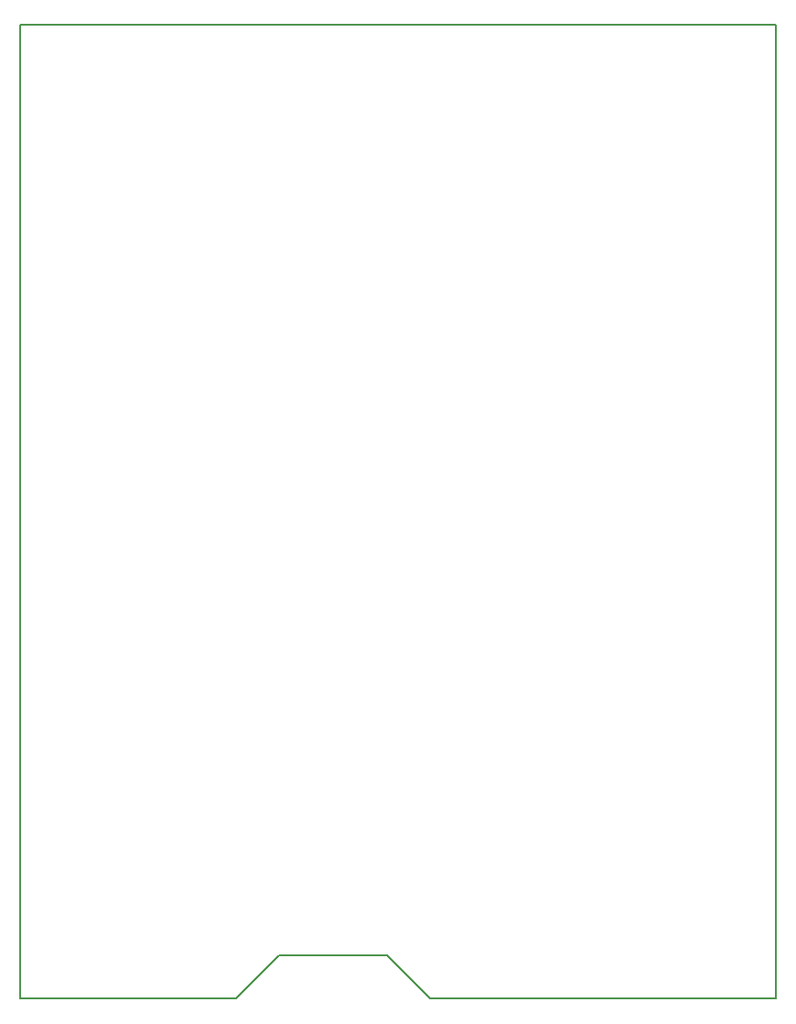
<source format=gbr>
G04 #@! TF.FileFunction,Profile,NP*
%FSLAX46Y46*%
G04 Gerber Fmt 4.6, Leading zero omitted, Abs format (unit mm)*
G04 Created by KiCad (PCBNEW 4.0.6) date 10/11/17 14:20:56*
%MOMM*%
%LPD*%
G01*
G04 APERTURE LIST*
%ADD10C,0.100000*%
%ADD11C,0.150000*%
G04 APERTURE END LIST*
D10*
D11*
X102000000Y-148000000D02*
X134000000Y-148000000D01*
X64000000Y-148000000D02*
X84000000Y-148000000D01*
X98000000Y-144000000D02*
X102000000Y-148000000D01*
X88000000Y-144000000D02*
X98000000Y-144000000D01*
X84000000Y-148000000D02*
X88000000Y-144000000D01*
X64000000Y-58000000D02*
X64000000Y-148000000D01*
X134000000Y-58000000D02*
X64000000Y-58000000D01*
X134000000Y-148000000D02*
X134000000Y-58000000D01*
M02*

</source>
